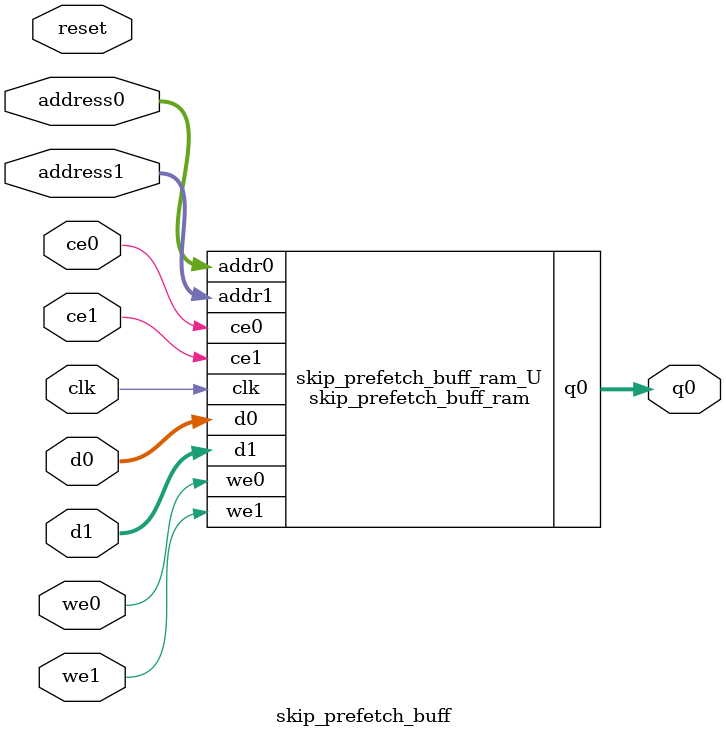
<source format=v>

`timescale 1 ns / 1 ps
module skip_prefetch_buff_ram (addr0, ce0, d0, we0, q0, addr1, ce1, d1, we1,  clk);

parameter DWIDTH = 32;
parameter AWIDTH = 3;
parameter MEM_SIZE = 5;

input[AWIDTH-1:0] addr0;
input ce0;
input[DWIDTH-1:0] d0;
input we0;
output reg[DWIDTH-1:0] q0;
input[AWIDTH-1:0] addr1;
input ce1;
input[DWIDTH-1:0] d1;
input we1;
input clk;

(* ram_style = "block" *)reg [DWIDTH-1:0] ram[0:MEM_SIZE-1];




always @(posedge clk)  
begin 
    if (ce0) 
    begin
        if (we0) 
        begin 
            ram[addr0] <= d0; 
            q0 <= d0;
        end 
        else 
            q0 <= ram[addr0];
    end
end


always @(posedge clk)  
begin 
    if (ce1) 
    begin
        if (we1) 
        begin 
            ram[addr1] <= d1; 
        end 
    end
end


endmodule


`timescale 1 ns / 1 ps
module skip_prefetch_buff(
    reset,
    clk,
    address0,
    ce0,
    we0,
    d0,
    q0,
    address1,
    ce1,
    we1,
    d1);

parameter DataWidth = 32'd32;
parameter AddressRange = 32'd5;
parameter AddressWidth = 32'd3;
input reset;
input clk;
input[AddressWidth - 1:0] address0;
input ce0;
input we0;
input[DataWidth - 1:0] d0;
output[DataWidth - 1:0] q0;
input[AddressWidth - 1:0] address1;
input ce1;
input we1;
input[DataWidth - 1:0] d1;



skip_prefetch_buff_ram skip_prefetch_buff_ram_U(
    .clk( clk ),
    .addr0( address0 ),
    .ce0( ce0 ),
    .d0( d0 ),
    .we0( we0 ),
    .q0( q0 ),
    .addr1( address1 ),
    .ce1( ce1 ),
    .d1( d1 ),
    .we1( we1 ));

endmodule


</source>
